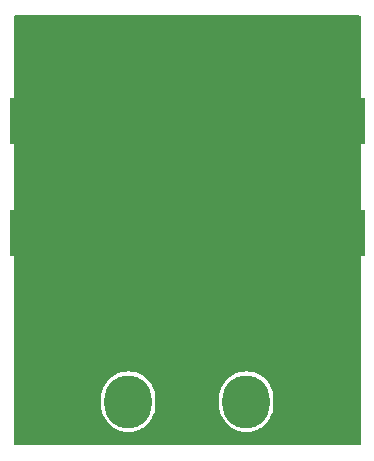
<source format=gbr>
%TF.GenerationSoftware,KiCad,Pcbnew,(6.0.5)*%
%TF.CreationDate,2025-03-15T15:53:08+01:00*%
%TF.ProjectId,PMA5-123-3W,504d4135-2d31-4323-932d-33572e6b6963,rev?*%
%TF.SameCoordinates,Original*%
%TF.FileFunction,Copper,L2,Bot*%
%TF.FilePolarity,Positive*%
%FSLAX46Y46*%
G04 Gerber Fmt 4.6, Leading zero omitted, Abs format (unit mm)*
G04 Created by KiCad (PCBNEW (6.0.5)) date 2025-03-15 15:53:08*
%MOMM*%
%LPD*%
G01*
G04 APERTURE LIST*
%TA.AperFunction,ComponentPad*%
%ADD10C,0.400000*%
%TD*%
%TA.AperFunction,SMDPad,CuDef*%
%ADD11R,2.500000X2.500000*%
%TD*%
%TA.AperFunction,ComponentPad*%
%ADD12R,4.700000X4.000000*%
%TD*%
%TA.AperFunction,ComponentPad*%
%ADD13C,0.800000*%
%TD*%
%TA.AperFunction,ComponentPad*%
%ADD14C,5.400000*%
%TD*%
%TA.AperFunction,ComponentPad*%
%ADD15O,4.000000X4.500000*%
%TD*%
%TA.AperFunction,ViaPad*%
%ADD16C,0.800000*%
%TD*%
G04 APERTURE END LIST*
D10*
%TO.P,U4,33,GND*%
%TO.N,GNDREF*%
X171600000Y-49550000D03*
X170400000Y-49550000D03*
X170200000Y-51300000D03*
X171000000Y-50600000D03*
X172000000Y-50250000D03*
X170800000Y-49550000D03*
X170400000Y-50950000D03*
X170400000Y-50250000D03*
X169800000Y-49900000D03*
X171400000Y-51300000D03*
X171200000Y-52350000D03*
X172600000Y-51300000D03*
X170800000Y-50950000D03*
X172200000Y-52000000D03*
X172200000Y-51300000D03*
X172000000Y-51650000D03*
X170400000Y-51650000D03*
X169800000Y-49200000D03*
X171800000Y-50600000D03*
X170000000Y-52350000D03*
X172400000Y-50250000D03*
X171000000Y-49900000D03*
X170800000Y-52350000D03*
X170800000Y-51650000D03*
X170200000Y-49900000D03*
X170000000Y-51650000D03*
D11*
X171000000Y-50750000D03*
D10*
X170400000Y-52350000D03*
X171200000Y-49550000D03*
X171600000Y-52350000D03*
X171600000Y-50250000D03*
X170600000Y-49200000D03*
X171200000Y-50250000D03*
X171200000Y-50950000D03*
X171400000Y-50600000D03*
X171400000Y-49900000D03*
X171800000Y-52000000D03*
X172600000Y-49200000D03*
X172400000Y-51650000D03*
X170800000Y-50250000D03*
X170200000Y-49200000D03*
X171800000Y-51300000D03*
X170600000Y-51300000D03*
X171000000Y-49200000D03*
X172600000Y-52000000D03*
X171000000Y-52000000D03*
X171200000Y-51650000D03*
X170000000Y-50250000D03*
X169400000Y-50600000D03*
X172200000Y-50600000D03*
X172400000Y-50950000D03*
X172200000Y-49200000D03*
X171800000Y-49900000D03*
X172000000Y-49550000D03*
X171600000Y-51650000D03*
X169800000Y-51300000D03*
X171600000Y-50950000D03*
X172400000Y-52350000D03*
X171400000Y-52000000D03*
X169600000Y-51650000D03*
X170600000Y-52000000D03*
X172600000Y-49900000D03*
X169400000Y-49900000D03*
X169600000Y-49550000D03*
X170000000Y-49550000D03*
X170200000Y-50600000D03*
X171800000Y-49200000D03*
X172600000Y-50600000D03*
X169400000Y-49200000D03*
X172000000Y-50950000D03*
X172200000Y-49900000D03*
X169400000Y-51300000D03*
X169600000Y-50250000D03*
X169600000Y-52350000D03*
X172000000Y-52350000D03*
X169800000Y-50600000D03*
X171000000Y-51300000D03*
X169400000Y-52000000D03*
X170200000Y-52000000D03*
X170600000Y-49900000D03*
X172400000Y-49550000D03*
X169800000Y-52000000D03*
X170600000Y-50600000D03*
X170000000Y-50950000D03*
X169600000Y-50950000D03*
X171400000Y-49200000D03*
%TD*%
D12*
%TO.P,J3,2,Ext1*%
%TO.N,GNDREF*%
X183640000Y-55750000D03*
X183640000Y-46250000D03*
%TD*%
D13*
%TO.P,H5,1,1*%
%TO.N,GNDREF*%
X157568109Y-60568109D03*
X161025000Y-62000000D03*
X159000000Y-64025000D03*
X160431891Y-63431891D03*
X159000000Y-59975000D03*
X156975000Y-62000000D03*
X160431891Y-60568109D03*
X157568109Y-63431891D03*
D14*
X159000000Y-62000000D03*
%TD*%
D13*
%TO.P,H1,1,1*%
%TO.N,GNDREF*%
X183000000Y-37975000D03*
X184431891Y-41431891D03*
X184431891Y-38568109D03*
X181568109Y-41431891D03*
X180975000Y-40000000D03*
X183000000Y-42025000D03*
X185025000Y-40000000D03*
D14*
X183000000Y-40000000D03*
D13*
X181568109Y-38568109D03*
%TD*%
%TO.P,H4,1,1*%
%TO.N,GNDREF*%
X160431891Y-38568109D03*
X160431891Y-41431891D03*
X159000000Y-42025000D03*
X157568109Y-38568109D03*
X161025000Y-40000000D03*
X159000000Y-37975000D03*
X157568109Y-41431891D03*
X156975000Y-40000000D03*
D14*
X159000000Y-40000000D03*
%TD*%
D15*
%TO.P,J1,1,Pin_1*%
%TO.N,Net-(R13-Pad2)*%
X176000000Y-70000000D03*
%TO.P,J1,2,Pin_2*%
%TO.N,GNDREF*%
X171000000Y-70000000D03*
%TO.P,J1,3,Pin_3*%
%TO.N,+7V-TX*%
X166000000Y-70000000D03*
%TD*%
D12*
%TO.P,J5,2,Ext1*%
%TO.N,GNDREF*%
X158360000Y-55750000D03*
X158360000Y-46250000D03*
%TD*%
D13*
%TO.P,H6,1,1*%
%TO.N,GNDREF*%
X181568109Y-63431891D03*
X181568109Y-60568109D03*
X183000000Y-64025000D03*
X184431891Y-63431891D03*
X183000000Y-59975000D03*
X180975000Y-62000000D03*
X184431891Y-60568109D03*
X185025000Y-62000000D03*
D14*
X183000000Y-62000000D03*
%TD*%
D16*
%TO.N,GNDREF*%
X184500000Y-43500000D03*
X168000000Y-62000000D03*
X164000000Y-62000000D03*
X162400000Y-43900000D03*
X176000000Y-64000000D03*
X172000000Y-40000000D03*
X172000000Y-38000000D03*
X177900000Y-44000000D03*
X170000000Y-40000000D03*
X179250000Y-62000000D03*
X177900000Y-43100000D03*
X172000000Y-62000000D03*
X175400000Y-56900000D03*
X164000000Y-38000000D03*
X176200000Y-44700000D03*
X162000000Y-40000000D03*
X172700000Y-44500000D03*
X170000000Y-38000000D03*
X157500000Y-58500000D03*
X174000000Y-38000000D03*
X175400000Y-56000000D03*
X178000000Y-40000000D03*
X168000000Y-38000000D03*
X162000000Y-64000000D03*
X179250000Y-64000000D03*
X168000000Y-40000000D03*
X168200000Y-46100000D03*
X178000000Y-38000000D03*
X164000000Y-64000000D03*
X171800000Y-44500000D03*
X176200000Y-46300000D03*
X162000000Y-62000000D03*
X166000000Y-40000000D03*
X166837500Y-58162500D03*
X182500000Y-43500000D03*
X176000000Y-40000000D03*
X157500000Y-43500000D03*
X168000000Y-64000000D03*
X166900000Y-55000000D03*
X164100000Y-43900000D03*
X171100000Y-57100000D03*
X180000000Y-38000000D03*
X168200000Y-47000000D03*
X174000000Y-40000000D03*
X172000000Y-57100000D03*
X166000000Y-38000000D03*
X174000000Y-64000000D03*
X164000000Y-40000000D03*
X182500000Y-58500000D03*
X174000000Y-62000000D03*
X175400000Y-54200000D03*
X170000000Y-62000000D03*
X184500000Y-58500000D03*
X166900000Y-54100000D03*
X159500000Y-43500000D03*
X180000000Y-40000000D03*
X166800000Y-59000000D03*
X170000000Y-64000000D03*
X172000000Y-64000000D03*
X175400000Y-55100000D03*
X159000000Y-69250000D03*
X159500000Y-58500000D03*
X176000000Y-38000000D03*
X176200000Y-45500000D03*
X176200000Y-47100000D03*
X166800000Y-59900000D03*
X176000000Y-62000000D03*
X159000000Y-70750000D03*
X162000000Y-38000000D03*
X166837500Y-57262500D03*
%TD*%
%TA.AperFunction,Conductor*%
%TO.N,GNDREF*%
G36*
X185641621Y-37320502D02*
G01*
X185688114Y-37374158D01*
X185699500Y-37426500D01*
X185699500Y-73573500D01*
X185679498Y-73641621D01*
X185625842Y-73688114D01*
X185573500Y-73699500D01*
X156426500Y-73699500D01*
X156358379Y-73679498D01*
X156311886Y-73625842D01*
X156300500Y-73573500D01*
X156300500Y-70325310D01*
X163699500Y-70325310D01*
X163714287Y-70550920D01*
X163773120Y-70846691D01*
X163870055Y-71132252D01*
X164003434Y-71402718D01*
X164170975Y-71653461D01*
X164173689Y-71656555D01*
X164173693Y-71656561D01*
X164367102Y-71877100D01*
X164369811Y-71880189D01*
X164372900Y-71882898D01*
X164593439Y-72076307D01*
X164593445Y-72076311D01*
X164596539Y-72079025D01*
X164599965Y-72081314D01*
X164599970Y-72081318D01*
X164787533Y-72206643D01*
X164847282Y-72246566D01*
X164850981Y-72248390D01*
X164850986Y-72248393D01*
X164989834Y-72316865D01*
X165117748Y-72379945D01*
X165121653Y-72381271D01*
X165121654Y-72381271D01*
X165399396Y-72475552D01*
X165399400Y-72475553D01*
X165403309Y-72476880D01*
X165407353Y-72477684D01*
X165407359Y-72477686D01*
X165695041Y-72534910D01*
X165695047Y-72534911D01*
X165699080Y-72535713D01*
X165703185Y-72535982D01*
X165703192Y-72535983D01*
X165995881Y-72555166D01*
X166000000Y-72555436D01*
X166004119Y-72555166D01*
X166296808Y-72535983D01*
X166296815Y-72535982D01*
X166300920Y-72535713D01*
X166304953Y-72534911D01*
X166304959Y-72534910D01*
X166592641Y-72477686D01*
X166592647Y-72477684D01*
X166596691Y-72476880D01*
X166600600Y-72475553D01*
X166600604Y-72475552D01*
X166878346Y-72381271D01*
X166878347Y-72381271D01*
X166882252Y-72379945D01*
X167010166Y-72316865D01*
X167149014Y-72248393D01*
X167149019Y-72248390D01*
X167152718Y-72246566D01*
X167212467Y-72206643D01*
X167400030Y-72081318D01*
X167400035Y-72081314D01*
X167403461Y-72079025D01*
X167406555Y-72076311D01*
X167406561Y-72076307D01*
X167627100Y-71882898D01*
X167630189Y-71880189D01*
X167632898Y-71877100D01*
X167826307Y-71656561D01*
X167826311Y-71656555D01*
X167829025Y-71653461D01*
X167996566Y-71402718D01*
X168129945Y-71132252D01*
X168226880Y-70846691D01*
X168285713Y-70550920D01*
X168300500Y-70325310D01*
X173699500Y-70325310D01*
X173714287Y-70550920D01*
X173773120Y-70846691D01*
X173870055Y-71132252D01*
X174003434Y-71402718D01*
X174170975Y-71653461D01*
X174173689Y-71656555D01*
X174173693Y-71656561D01*
X174367102Y-71877100D01*
X174369811Y-71880189D01*
X174372900Y-71882898D01*
X174593439Y-72076307D01*
X174593445Y-72076311D01*
X174596539Y-72079025D01*
X174599965Y-72081314D01*
X174599970Y-72081318D01*
X174787533Y-72206643D01*
X174847282Y-72246566D01*
X174850981Y-72248390D01*
X174850986Y-72248393D01*
X174989834Y-72316865D01*
X175117748Y-72379945D01*
X175121653Y-72381271D01*
X175121654Y-72381271D01*
X175399396Y-72475552D01*
X175399400Y-72475553D01*
X175403309Y-72476880D01*
X175407353Y-72477684D01*
X175407359Y-72477686D01*
X175695041Y-72534910D01*
X175695047Y-72534911D01*
X175699080Y-72535713D01*
X175703185Y-72535982D01*
X175703192Y-72535983D01*
X175995881Y-72555166D01*
X176000000Y-72555436D01*
X176004119Y-72555166D01*
X176296808Y-72535983D01*
X176296815Y-72535982D01*
X176300920Y-72535713D01*
X176304953Y-72534911D01*
X176304959Y-72534910D01*
X176592641Y-72477686D01*
X176592647Y-72477684D01*
X176596691Y-72476880D01*
X176600600Y-72475553D01*
X176600604Y-72475552D01*
X176878346Y-72381271D01*
X176878347Y-72381271D01*
X176882252Y-72379945D01*
X177010166Y-72316865D01*
X177149014Y-72248393D01*
X177149019Y-72248390D01*
X177152718Y-72246566D01*
X177212467Y-72206643D01*
X177400030Y-72081318D01*
X177400035Y-72081314D01*
X177403461Y-72079025D01*
X177406555Y-72076311D01*
X177406561Y-72076307D01*
X177627100Y-71882898D01*
X177630189Y-71880189D01*
X177632898Y-71877100D01*
X177826307Y-71656561D01*
X177826311Y-71656555D01*
X177829025Y-71653461D01*
X177996566Y-71402718D01*
X178129945Y-71132252D01*
X178226880Y-70846691D01*
X178285713Y-70550920D01*
X178300500Y-70325310D01*
X178300500Y-69674690D01*
X178285713Y-69449080D01*
X178226880Y-69153309D01*
X178129945Y-68867748D01*
X177996566Y-68597282D01*
X177829025Y-68346539D01*
X177826311Y-68343445D01*
X177826307Y-68343439D01*
X177632898Y-68122900D01*
X177630189Y-68119811D01*
X177627100Y-68117102D01*
X177406561Y-67923693D01*
X177406555Y-67923689D01*
X177403461Y-67920975D01*
X177400035Y-67918686D01*
X177400030Y-67918682D01*
X177156151Y-67755728D01*
X177152718Y-67753434D01*
X177149019Y-67751610D01*
X177149014Y-67751607D01*
X177010166Y-67683135D01*
X176882252Y-67620055D01*
X176878346Y-67618729D01*
X176600604Y-67524448D01*
X176600600Y-67524447D01*
X176596691Y-67523120D01*
X176592647Y-67522316D01*
X176592641Y-67522314D01*
X176304959Y-67465090D01*
X176304953Y-67465089D01*
X176300920Y-67464287D01*
X176296815Y-67464018D01*
X176296808Y-67464017D01*
X176004119Y-67444834D01*
X176000000Y-67444564D01*
X175995881Y-67444834D01*
X175703192Y-67464017D01*
X175703185Y-67464018D01*
X175699080Y-67464287D01*
X175695047Y-67465089D01*
X175695041Y-67465090D01*
X175407359Y-67522314D01*
X175407353Y-67522316D01*
X175403309Y-67523120D01*
X175399400Y-67524447D01*
X175399396Y-67524448D01*
X175121654Y-67618729D01*
X175117748Y-67620055D01*
X174989834Y-67683135D01*
X174850986Y-67751607D01*
X174850981Y-67751610D01*
X174847282Y-67753434D01*
X174843849Y-67755728D01*
X174599970Y-67918682D01*
X174599965Y-67918686D01*
X174596539Y-67920975D01*
X174593445Y-67923689D01*
X174593439Y-67923693D01*
X174372900Y-68117102D01*
X174369811Y-68119811D01*
X174367102Y-68122900D01*
X174173693Y-68343439D01*
X174173689Y-68343445D01*
X174170975Y-68346539D01*
X174003434Y-68597282D01*
X173870055Y-68867748D01*
X173773120Y-69153309D01*
X173714287Y-69449080D01*
X173699500Y-69674690D01*
X173699500Y-70325310D01*
X168300500Y-70325310D01*
X168300500Y-69674690D01*
X168285713Y-69449080D01*
X168226880Y-69153309D01*
X168129945Y-68867748D01*
X167996566Y-68597282D01*
X167829025Y-68346539D01*
X167826311Y-68343445D01*
X167826307Y-68343439D01*
X167632898Y-68122900D01*
X167630189Y-68119811D01*
X167627100Y-68117102D01*
X167406561Y-67923693D01*
X167406555Y-67923689D01*
X167403461Y-67920975D01*
X167400035Y-67918686D01*
X167400030Y-67918682D01*
X167156151Y-67755728D01*
X167152718Y-67753434D01*
X167149019Y-67751610D01*
X167149014Y-67751607D01*
X167010166Y-67683135D01*
X166882252Y-67620055D01*
X166878346Y-67618729D01*
X166600604Y-67524448D01*
X166600600Y-67524447D01*
X166596691Y-67523120D01*
X166592647Y-67522316D01*
X166592641Y-67522314D01*
X166304959Y-67465090D01*
X166304953Y-67465089D01*
X166300920Y-67464287D01*
X166296815Y-67464018D01*
X166296808Y-67464017D01*
X166004119Y-67444834D01*
X166000000Y-67444564D01*
X165995881Y-67444834D01*
X165703192Y-67464017D01*
X165703185Y-67464018D01*
X165699080Y-67464287D01*
X165695047Y-67465089D01*
X165695041Y-67465090D01*
X165407359Y-67522314D01*
X165407353Y-67522316D01*
X165403309Y-67523120D01*
X165399400Y-67524447D01*
X165399396Y-67524448D01*
X165121654Y-67618729D01*
X165117748Y-67620055D01*
X164989834Y-67683135D01*
X164850986Y-67751607D01*
X164850981Y-67751610D01*
X164847282Y-67753434D01*
X164843849Y-67755728D01*
X164599970Y-67918682D01*
X164599965Y-67918686D01*
X164596539Y-67920975D01*
X164593445Y-67923689D01*
X164593439Y-67923693D01*
X164372900Y-68117102D01*
X164369811Y-68119811D01*
X164367102Y-68122900D01*
X164173693Y-68343439D01*
X164173689Y-68343445D01*
X164170975Y-68346539D01*
X164003434Y-68597282D01*
X163870055Y-68867748D01*
X163773120Y-69153309D01*
X163714287Y-69449080D01*
X163699500Y-69674690D01*
X163699500Y-70325310D01*
X156300500Y-70325310D01*
X156300500Y-37426500D01*
X156320502Y-37358379D01*
X156374158Y-37311886D01*
X156426500Y-37300500D01*
X185573500Y-37300500D01*
X185641621Y-37320502D01*
G37*
%TD.AperFunction*%
%TD*%
%TA.AperFunction,Conductor*%
%TO.N,GNDREF*%
G36*
X157190963Y-37528502D02*
G01*
X157237456Y-37582158D01*
X157247560Y-37652432D01*
X157218066Y-37717012D01*
X157174091Y-37749606D01*
X157145478Y-37762345D01*
X157134731Y-37771481D01*
X157136328Y-37777118D01*
X158351479Y-38992269D01*
X158363859Y-38999029D01*
X158370774Y-38993853D01*
X158398879Y-38945173D01*
X158404216Y-38933186D01*
X158426123Y-38865765D01*
X158466197Y-38807160D01*
X158531594Y-38779523D01*
X158597205Y-38789595D01*
X158711841Y-38840634D01*
X158724320Y-38844689D01*
X158898107Y-38881627D01*
X158911168Y-38883000D01*
X159088832Y-38883000D01*
X159101893Y-38881627D01*
X159275680Y-38844689D01*
X159288159Y-38840634D01*
X159402795Y-38789595D01*
X159473162Y-38780161D01*
X159537459Y-38810267D01*
X159573877Y-38865765D01*
X159595784Y-38933186D01*
X159601121Y-38945173D01*
X159626652Y-38989394D01*
X159636856Y-38999124D01*
X159644877Y-38995913D01*
X160858262Y-37782528D01*
X160865022Y-37770148D01*
X160861510Y-37765457D01*
X160825909Y-37749606D01*
X160771813Y-37703626D01*
X160751164Y-37635699D01*
X160770517Y-37567391D01*
X160823727Y-37520390D01*
X160877158Y-37508500D01*
X181122842Y-37508500D01*
X181190963Y-37528502D01*
X181237456Y-37582158D01*
X181247560Y-37652432D01*
X181218066Y-37717012D01*
X181174091Y-37749606D01*
X181145478Y-37762345D01*
X181134731Y-37771481D01*
X181136328Y-37777118D01*
X182351479Y-38992269D01*
X182363859Y-38999029D01*
X182370774Y-38993853D01*
X182398879Y-38945173D01*
X182404216Y-38933186D01*
X182426123Y-38865765D01*
X182466197Y-38807160D01*
X182531594Y-38779523D01*
X182597205Y-38789595D01*
X182711841Y-38840634D01*
X182724320Y-38844689D01*
X182898107Y-38881627D01*
X182911168Y-38883000D01*
X183088832Y-38883000D01*
X183101893Y-38881627D01*
X183275680Y-38844689D01*
X183288159Y-38840634D01*
X183402795Y-38789595D01*
X183473162Y-38780161D01*
X183537459Y-38810267D01*
X183573877Y-38865765D01*
X183595784Y-38933186D01*
X183601121Y-38945173D01*
X183626652Y-38989394D01*
X183636856Y-38999124D01*
X183644877Y-38995913D01*
X184858262Y-37782528D01*
X184865022Y-37770148D01*
X184861510Y-37765457D01*
X184825909Y-37749606D01*
X184771813Y-37703626D01*
X184751164Y-37635699D01*
X184770517Y-37567391D01*
X184823727Y-37520390D01*
X184877158Y-37508500D01*
X185365500Y-37508500D01*
X185433621Y-37528502D01*
X185480114Y-37582158D01*
X185491500Y-37634500D01*
X185491500Y-38117166D01*
X185471498Y-38185287D01*
X185417842Y-38231780D01*
X185347568Y-38241884D01*
X185282988Y-38212390D01*
X185256381Y-38180167D01*
X185237130Y-38146824D01*
X185226926Y-38137094D01*
X185218905Y-38140305D01*
X184005520Y-39353690D01*
X183998760Y-39366070D01*
X184002272Y-39370761D01*
X184142959Y-39433400D01*
X184197055Y-39479380D01*
X184217704Y-39547307D01*
X184200828Y-39611508D01*
X184194234Y-39622929D01*
X184188889Y-39634934D01*
X184133989Y-39803898D01*
X184131259Y-39816739D01*
X184112688Y-39993435D01*
X184112688Y-40006565D01*
X184131259Y-40183261D01*
X184133989Y-40196102D01*
X184188889Y-40365066D01*
X184194234Y-40377071D01*
X184200828Y-40388492D01*
X184217567Y-40457487D01*
X184194348Y-40524579D01*
X184142959Y-40566600D01*
X184009260Y-40626127D01*
X183998513Y-40635263D01*
X184000110Y-40640900D01*
X185215261Y-41856051D01*
X185227641Y-41862811D01*
X185234556Y-41857635D01*
X185256381Y-41819833D01*
X185307764Y-41770840D01*
X185377478Y-41757405D01*
X185443389Y-41783792D01*
X185484570Y-41841624D01*
X185491500Y-41882834D01*
X185491500Y-60117166D01*
X185471498Y-60185287D01*
X185417842Y-60231780D01*
X185347568Y-60241884D01*
X185282988Y-60212390D01*
X185256381Y-60180167D01*
X185237130Y-60146824D01*
X185226926Y-60137094D01*
X185218905Y-60140305D01*
X184005520Y-61353690D01*
X183998760Y-61366070D01*
X184002272Y-61370761D01*
X184142959Y-61433400D01*
X184197055Y-61479380D01*
X184217704Y-61547307D01*
X184200828Y-61611508D01*
X184194234Y-61622929D01*
X184188889Y-61634934D01*
X184133989Y-61803898D01*
X184131259Y-61816739D01*
X184112688Y-61993435D01*
X184112688Y-62006565D01*
X184131259Y-62183261D01*
X184133989Y-62196102D01*
X184188889Y-62365066D01*
X184194234Y-62377071D01*
X184200828Y-62388492D01*
X184217567Y-62457487D01*
X184194348Y-62524579D01*
X184142959Y-62566600D01*
X184009260Y-62626127D01*
X183998513Y-62635263D01*
X184000110Y-62640900D01*
X185215261Y-63856051D01*
X185227641Y-63862811D01*
X185234556Y-63857635D01*
X185256381Y-63819833D01*
X185307764Y-63770840D01*
X185377478Y-63757405D01*
X185443389Y-63783792D01*
X185484570Y-63841624D01*
X185491500Y-63882834D01*
X185491500Y-73365500D01*
X185471498Y-73433621D01*
X185417842Y-73480114D01*
X185365500Y-73491500D01*
X156634500Y-73491500D01*
X156566379Y-73471498D01*
X156519886Y-73417842D01*
X156508500Y-73365500D01*
X156508500Y-70328838D01*
X163491500Y-70328838D01*
X163506359Y-70565020D01*
X163565505Y-70875072D01*
X163663044Y-71175266D01*
X163664731Y-71178852D01*
X163664733Y-71178856D01*
X163795750Y-71457283D01*
X163795754Y-71457290D01*
X163797438Y-71460869D01*
X163966568Y-71727375D01*
X164167767Y-71970582D01*
X164397860Y-72186654D01*
X164653221Y-72372184D01*
X164656690Y-72374091D01*
X164656693Y-72374093D01*
X164926352Y-72522340D01*
X164929821Y-72524247D01*
X164933490Y-72525700D01*
X164933495Y-72525702D01*
X165218411Y-72638508D01*
X165223298Y-72640443D01*
X165529025Y-72718940D01*
X165842179Y-72758500D01*
X166157821Y-72758500D01*
X166470975Y-72718940D01*
X166776702Y-72640443D01*
X166781589Y-72638508D01*
X167066505Y-72525702D01*
X167066510Y-72525700D01*
X167070179Y-72524247D01*
X167073648Y-72522340D01*
X167343307Y-72374093D01*
X167343310Y-72374091D01*
X167346779Y-72372184D01*
X167602140Y-72186654D01*
X167832233Y-71970582D01*
X168033432Y-71727375D01*
X168202562Y-71460869D01*
X168204246Y-71457290D01*
X168204250Y-71457283D01*
X168335267Y-71178856D01*
X168335269Y-71178852D01*
X168336956Y-71175266D01*
X168380430Y-71041467D01*
X168420503Y-70982861D01*
X168485900Y-70955224D01*
X168555857Y-70967331D01*
X168608163Y-71015337D01*
X168620096Y-71041467D01*
X168662284Y-71171309D01*
X168665199Y-71178672D01*
X168796189Y-71457041D01*
X168800001Y-71463974D01*
X168964847Y-71723729D01*
X168969498Y-71730132D01*
X169165607Y-71967187D01*
X169171023Y-71972954D01*
X169395293Y-72183557D01*
X169401384Y-72188596D01*
X169650281Y-72369430D01*
X169656961Y-72373670D01*
X169926572Y-72521890D01*
X169933707Y-72525247D01*
X170219770Y-72638508D01*
X170227296Y-72640953D01*
X170525279Y-72717462D01*
X170533050Y-72718945D01*
X170728026Y-72743575D01*
X170742306Y-72741272D01*
X170746000Y-72728280D01*
X170746000Y-72727731D01*
X171254000Y-72727731D01*
X171258075Y-72741608D01*
X171271426Y-72743645D01*
X171466950Y-72718945D01*
X171474721Y-72717462D01*
X171772704Y-72640953D01*
X171780230Y-72638508D01*
X172066293Y-72525247D01*
X172073428Y-72521890D01*
X172343039Y-72373670D01*
X172349719Y-72369430D01*
X172598616Y-72188596D01*
X172604707Y-72183557D01*
X172828977Y-71972954D01*
X172834393Y-71967187D01*
X173030502Y-71730132D01*
X173035153Y-71723729D01*
X173199999Y-71463974D01*
X173203811Y-71457041D01*
X173334801Y-71178672D01*
X173337716Y-71171309D01*
X173379904Y-71041467D01*
X173419977Y-70982861D01*
X173485374Y-70955224D01*
X173555331Y-70967331D01*
X173607637Y-71015337D01*
X173619570Y-71041467D01*
X173663044Y-71175266D01*
X173664731Y-71178852D01*
X173664733Y-71178856D01*
X173795750Y-71457283D01*
X173795754Y-71457290D01*
X173797438Y-71460869D01*
X173966568Y-71727375D01*
X174167767Y-71970582D01*
X174397860Y-72186654D01*
X174653221Y-72372184D01*
X174656690Y-72374091D01*
X174656693Y-72374093D01*
X174926352Y-72522340D01*
X174929821Y-72524247D01*
X174933490Y-72525700D01*
X174933495Y-72525702D01*
X175218411Y-72638508D01*
X175223298Y-72640443D01*
X175529025Y-72718940D01*
X175842179Y-72758500D01*
X176157821Y-72758500D01*
X176470975Y-72718940D01*
X176776702Y-72640443D01*
X176781589Y-72638508D01*
X177066505Y-72525702D01*
X177066510Y-72525700D01*
X177070179Y-72524247D01*
X177073648Y-72522340D01*
X177343307Y-72374093D01*
X177343310Y-72374091D01*
X177346779Y-72372184D01*
X177602140Y-72186654D01*
X177832233Y-71970582D01*
X178033432Y-71727375D01*
X178202562Y-71460869D01*
X178204246Y-71457290D01*
X178204250Y-71457283D01*
X178335267Y-71178856D01*
X178335269Y-71178852D01*
X178336956Y-71175266D01*
X178434495Y-70875072D01*
X178493641Y-70565020D01*
X178508500Y-70328838D01*
X178508500Y-69671162D01*
X178493641Y-69434980D01*
X178434495Y-69124928D01*
X178336956Y-68824734D01*
X178335267Y-68821144D01*
X178204250Y-68542717D01*
X178204246Y-68542710D01*
X178202562Y-68539131D01*
X178033432Y-68272625D01*
X177832233Y-68029418D01*
X177602140Y-67813346D01*
X177346779Y-67627816D01*
X177074467Y-67478110D01*
X177073648Y-67477660D01*
X177073647Y-67477659D01*
X177070179Y-67475753D01*
X177066510Y-67474300D01*
X177066505Y-67474298D01*
X176780372Y-67361010D01*
X176780371Y-67361010D01*
X176776702Y-67359557D01*
X176470975Y-67281060D01*
X176157821Y-67241500D01*
X175842179Y-67241500D01*
X175529025Y-67281060D01*
X175223298Y-67359557D01*
X175219629Y-67361010D01*
X175219628Y-67361010D01*
X174933495Y-67474298D01*
X174933490Y-67474300D01*
X174929821Y-67475753D01*
X174926353Y-67477659D01*
X174926352Y-67477660D01*
X174925534Y-67478110D01*
X174653221Y-67627816D01*
X174397860Y-67813346D01*
X174167767Y-68029418D01*
X173966568Y-68272625D01*
X173797438Y-68539131D01*
X173795754Y-68542710D01*
X173795750Y-68542717D01*
X173664733Y-68821144D01*
X173663044Y-68824734D01*
X173661818Y-68828506D01*
X173661818Y-68828507D01*
X173619570Y-68958533D01*
X173579497Y-69017139D01*
X173514100Y-69044776D01*
X173444143Y-69032669D01*
X173391837Y-68984663D01*
X173379904Y-68958533D01*
X173337716Y-68828691D01*
X173334801Y-68821328D01*
X173203811Y-68542959D01*
X173199999Y-68536026D01*
X173035153Y-68276271D01*
X173030502Y-68269868D01*
X172834393Y-68032813D01*
X172828977Y-68027046D01*
X172604707Y-67816443D01*
X172598616Y-67811404D01*
X172349719Y-67630570D01*
X172343039Y-67626330D01*
X172073428Y-67478110D01*
X172066293Y-67474753D01*
X171780230Y-67361492D01*
X171772704Y-67359047D01*
X171474721Y-67282538D01*
X171466950Y-67281055D01*
X171271974Y-67256425D01*
X171257694Y-67258728D01*
X171254000Y-67271720D01*
X171254000Y-72727731D01*
X170746000Y-72727731D01*
X170746000Y-67272269D01*
X170741925Y-67258392D01*
X170728574Y-67256355D01*
X170533050Y-67281055D01*
X170525279Y-67282538D01*
X170227296Y-67359047D01*
X170219770Y-67361492D01*
X169933707Y-67474753D01*
X169926572Y-67478110D01*
X169656961Y-67626330D01*
X169650281Y-67630570D01*
X169401384Y-67811404D01*
X169395293Y-67816443D01*
X169171023Y-68027046D01*
X169165607Y-68032813D01*
X168969498Y-68269868D01*
X168964847Y-68276271D01*
X168800001Y-68536026D01*
X168796189Y-68542959D01*
X168665199Y-68821328D01*
X168662284Y-68828691D01*
X168620096Y-68958533D01*
X168580023Y-69017139D01*
X168514626Y-69044776D01*
X168444669Y-69032669D01*
X168392363Y-68984663D01*
X168380430Y-68958533D01*
X168338182Y-68828507D01*
X168338182Y-68828506D01*
X168336956Y-68824734D01*
X168335267Y-68821144D01*
X168204250Y-68542717D01*
X168204246Y-68542710D01*
X168202562Y-68539131D01*
X168033432Y-68272625D01*
X167832233Y-68029418D01*
X167602140Y-67813346D01*
X167346779Y-67627816D01*
X167074467Y-67478110D01*
X167073648Y-67477660D01*
X167073647Y-67477659D01*
X167070179Y-67475753D01*
X167066510Y-67474300D01*
X167066505Y-67474298D01*
X166780372Y-67361010D01*
X166780371Y-67361010D01*
X166776702Y-67359557D01*
X166470975Y-67281060D01*
X166157821Y-67241500D01*
X165842179Y-67241500D01*
X165529025Y-67281060D01*
X165223298Y-67359557D01*
X165219629Y-67361010D01*
X165219628Y-67361010D01*
X164933495Y-67474298D01*
X164933490Y-67474300D01*
X164929821Y-67475753D01*
X164926353Y-67477659D01*
X164926352Y-67477660D01*
X164925534Y-67478110D01*
X164653221Y-67627816D01*
X164397860Y-67813346D01*
X164167767Y-68029418D01*
X163966568Y-68272625D01*
X163797438Y-68539131D01*
X163795754Y-68542710D01*
X163795750Y-68542717D01*
X163664733Y-68821144D01*
X163663044Y-68824734D01*
X163565505Y-69124928D01*
X163506359Y-69434980D01*
X163491500Y-69671162D01*
X163491500Y-70328838D01*
X156508500Y-70328838D01*
X156508500Y-64822961D01*
X158566869Y-64822961D01*
X158570380Y-64827651D01*
X158711841Y-64890634D01*
X158724320Y-64894689D01*
X158898107Y-64931627D01*
X158911168Y-64933000D01*
X159088832Y-64933000D01*
X159101893Y-64931627D01*
X159275680Y-64894689D01*
X159288159Y-64890634D01*
X159422633Y-64830761D01*
X159431810Y-64822961D01*
X182566869Y-64822961D01*
X182570380Y-64827651D01*
X182711841Y-64890634D01*
X182724320Y-64894689D01*
X182898107Y-64931627D01*
X182911168Y-64933000D01*
X183088832Y-64933000D01*
X183101893Y-64931627D01*
X183275680Y-64894689D01*
X183288159Y-64890634D01*
X183422633Y-64830761D01*
X183433378Y-64821628D01*
X183431781Y-64815991D01*
X183012812Y-64397022D01*
X182998868Y-64389408D01*
X182997035Y-64389539D01*
X182990420Y-64393790D01*
X182573629Y-64810581D01*
X182566869Y-64822961D01*
X159431810Y-64822961D01*
X159433378Y-64821628D01*
X159431781Y-64815991D01*
X159012812Y-64397022D01*
X158998868Y-64389408D01*
X158997035Y-64389539D01*
X158990420Y-64393790D01*
X158573629Y-64810581D01*
X158566869Y-64822961D01*
X156508500Y-64822961D01*
X156508500Y-64229852D01*
X157134978Y-64229852D01*
X157138489Y-64234542D01*
X157279950Y-64297525D01*
X157292429Y-64301580D01*
X157466216Y-64338518D01*
X157479277Y-64339891D01*
X157656941Y-64339891D01*
X157670002Y-64338518D01*
X157843789Y-64301580D01*
X157856268Y-64297525D01*
X157970904Y-64246486D01*
X158041271Y-64237052D01*
X158105568Y-64267158D01*
X158141986Y-64322656D01*
X158163893Y-64390077D01*
X158169230Y-64402064D01*
X158194761Y-64446285D01*
X158204965Y-64456015D01*
X158212986Y-64452804D01*
X158910905Y-63754885D01*
X158973217Y-63720859D01*
X159044032Y-63725924D01*
X159089095Y-63754885D01*
X159783370Y-64449160D01*
X159795750Y-64455920D01*
X159802665Y-64450744D01*
X159830770Y-64402064D01*
X159836107Y-64390077D01*
X159858014Y-64322656D01*
X159898088Y-64264051D01*
X159963485Y-64236414D01*
X160029096Y-64246486D01*
X160143732Y-64297525D01*
X160156211Y-64301580D01*
X160329998Y-64338518D01*
X160343059Y-64339891D01*
X160520723Y-64339891D01*
X160533784Y-64338518D01*
X160707571Y-64301580D01*
X160720050Y-64297525D01*
X160854524Y-64237652D01*
X160863701Y-64229852D01*
X181134978Y-64229852D01*
X181138489Y-64234542D01*
X181279950Y-64297525D01*
X181292429Y-64301580D01*
X181466216Y-64338518D01*
X181479277Y-64339891D01*
X181656941Y-64339891D01*
X181670002Y-64338518D01*
X181843789Y-64301580D01*
X181856268Y-64297525D01*
X181970904Y-64246486D01*
X182041271Y-64237052D01*
X182105568Y-64267158D01*
X182141986Y-64322656D01*
X182163893Y-64390077D01*
X182169230Y-64402064D01*
X182194761Y-64446285D01*
X182204965Y-64456015D01*
X182212986Y-64452804D01*
X182910905Y-63754885D01*
X182973217Y-63720859D01*
X183044032Y-63725924D01*
X183089095Y-63754885D01*
X183783370Y-64449160D01*
X183795750Y-64455920D01*
X183802665Y-64450744D01*
X183830770Y-64402064D01*
X183836107Y-64390077D01*
X183858014Y-64322656D01*
X183898088Y-64264051D01*
X183963485Y-64236414D01*
X184029096Y-64246486D01*
X184143732Y-64297525D01*
X184156211Y-64301580D01*
X184329998Y-64338518D01*
X184343059Y-64339891D01*
X184520723Y-64339891D01*
X184533784Y-64338518D01*
X184707571Y-64301580D01*
X184720050Y-64297525D01*
X184854524Y-64237652D01*
X184865269Y-64228519D01*
X184863672Y-64222882D01*
X183648521Y-63007731D01*
X183636141Y-63000971D01*
X183629226Y-63006147D01*
X183601121Y-63054827D01*
X183595784Y-63066814D01*
X183573877Y-63134235D01*
X183533803Y-63192840D01*
X183468406Y-63220477D01*
X183402795Y-63210405D01*
X183288159Y-63159366D01*
X183275680Y-63155311D01*
X183101893Y-63118373D01*
X183088832Y-63117000D01*
X182911168Y-63117000D01*
X182898107Y-63118373D01*
X182724320Y-63155311D01*
X182711841Y-63159366D01*
X182597205Y-63210405D01*
X182526838Y-63219839D01*
X182462541Y-63189733D01*
X182426123Y-63134235D01*
X182404216Y-63066814D01*
X182398879Y-63054827D01*
X182373348Y-63010606D01*
X182363144Y-63000876D01*
X182355123Y-63004087D01*
X181141738Y-64217472D01*
X181134978Y-64229852D01*
X160863701Y-64229852D01*
X160865269Y-64228519D01*
X160863672Y-64222882D01*
X159648521Y-63007731D01*
X159636141Y-63000971D01*
X159629226Y-63006147D01*
X159601121Y-63054827D01*
X159595784Y-63066814D01*
X159573877Y-63134235D01*
X159533803Y-63192840D01*
X159468406Y-63220477D01*
X159402795Y-63210405D01*
X159288159Y-63159366D01*
X159275680Y-63155311D01*
X159101893Y-63118373D01*
X159088832Y-63117000D01*
X158911168Y-63117000D01*
X158898107Y-63118373D01*
X158724320Y-63155311D01*
X158711841Y-63159366D01*
X158597205Y-63210405D01*
X158526838Y-63219839D01*
X158462541Y-63189733D01*
X158426123Y-63134235D01*
X158404216Y-63066814D01*
X158398879Y-63054827D01*
X158373348Y-63010606D01*
X158363144Y-63000876D01*
X158355123Y-63004087D01*
X157141738Y-64217472D01*
X157134978Y-64229852D01*
X156508500Y-64229852D01*
X156508500Y-63882834D01*
X156528502Y-63814713D01*
X156582158Y-63768220D01*
X156652432Y-63758116D01*
X156717012Y-63787610D01*
X156743619Y-63819833D01*
X156762870Y-63853176D01*
X156773074Y-63862906D01*
X156781095Y-63859695D01*
X157994480Y-62646310D01*
X158000512Y-62635263D01*
X159998513Y-62635263D01*
X160000110Y-62640900D01*
X161215261Y-63856051D01*
X161227641Y-63862811D01*
X161234556Y-63857635D01*
X161262661Y-63808955D01*
X161267999Y-63796966D01*
X161322902Y-63627993D01*
X161325632Y-63615152D01*
X161344203Y-63438456D01*
X161344203Y-63425326D01*
X161325632Y-63248630D01*
X161322902Y-63235789D01*
X161268002Y-63066825D01*
X161262657Y-63054820D01*
X161256063Y-63043399D01*
X161239324Y-62974404D01*
X161262543Y-62907312D01*
X161313932Y-62865291D01*
X161447631Y-62805764D01*
X161458378Y-62796628D01*
X161456781Y-62790991D01*
X160754885Y-62089095D01*
X160720859Y-62026783D01*
X160722694Y-62001132D01*
X161389408Y-62001132D01*
X161389539Y-62002965D01*
X161393790Y-62009580D01*
X161808370Y-62424160D01*
X161820750Y-62430920D01*
X161827665Y-62425744D01*
X161855770Y-62377064D01*
X161861108Y-62365075D01*
X161916011Y-62196102D01*
X161918741Y-62183261D01*
X161937312Y-62006565D01*
X180062688Y-62006565D01*
X180081259Y-62183261D01*
X180083989Y-62196102D01*
X180138892Y-62365075D01*
X180144230Y-62377064D01*
X180169761Y-62421285D01*
X180179965Y-62431015D01*
X180187986Y-62427804D01*
X180602978Y-62012812D01*
X180610592Y-61998868D01*
X180610461Y-61997035D01*
X180606210Y-61990420D01*
X180191630Y-61575840D01*
X180179250Y-61569080D01*
X180172335Y-61574256D01*
X180144230Y-61622936D01*
X180138892Y-61634925D01*
X180083989Y-61803898D01*
X180081259Y-61816739D01*
X180062688Y-61993435D01*
X180062688Y-62006565D01*
X161937312Y-62006565D01*
X161937312Y-61993435D01*
X161918741Y-61816739D01*
X161916011Y-61803898D01*
X161861108Y-61634925D01*
X161855770Y-61622936D01*
X161830239Y-61578715D01*
X161820035Y-61568985D01*
X161812014Y-61572196D01*
X161397022Y-61987188D01*
X161389408Y-62001132D01*
X160722694Y-62001132D01*
X160725924Y-61955968D01*
X160754885Y-61910905D01*
X161451371Y-61214419D01*
X161457403Y-61203372D01*
X180541622Y-61203372D01*
X180543219Y-61209009D01*
X181245115Y-61910905D01*
X181279141Y-61973217D01*
X181274076Y-62044032D01*
X181245115Y-62089095D01*
X180548629Y-62785581D01*
X180541869Y-62797961D01*
X180545381Y-62802652D01*
X180686068Y-62865291D01*
X180740164Y-62911271D01*
X180760813Y-62979198D01*
X180743937Y-63043399D01*
X180737343Y-63054820D01*
X180731998Y-63066825D01*
X180677098Y-63235789D01*
X180674368Y-63248630D01*
X180655797Y-63425326D01*
X180655797Y-63438456D01*
X180674368Y-63615152D01*
X180677098Y-63627993D01*
X180732001Y-63796966D01*
X180737339Y-63808955D01*
X180762870Y-63853176D01*
X180773074Y-63862906D01*
X180781095Y-63859695D01*
X181994480Y-62646310D01*
X182001240Y-62633930D01*
X181997728Y-62629239D01*
X181857041Y-62566600D01*
X181802945Y-62520620D01*
X181782296Y-62452693D01*
X181799172Y-62388492D01*
X181805766Y-62377071D01*
X181811111Y-62365066D01*
X181866011Y-62196102D01*
X181868741Y-62183261D01*
X181887312Y-62006565D01*
X181887312Y-61993435D01*
X181868741Y-61816739D01*
X181866011Y-61803898D01*
X181811111Y-61634934D01*
X181805766Y-61622929D01*
X181799172Y-61611508D01*
X181782433Y-61542513D01*
X181805652Y-61475421D01*
X181857041Y-61433400D01*
X181990740Y-61373873D01*
X182001487Y-61364737D01*
X181999890Y-61359100D01*
X180784739Y-60143949D01*
X180772359Y-60137189D01*
X180765444Y-60142365D01*
X180737339Y-60191045D01*
X180732001Y-60203034D01*
X180677098Y-60372007D01*
X180674368Y-60384848D01*
X180655797Y-60561544D01*
X180655797Y-60574674D01*
X180674368Y-60751370D01*
X180677098Y-60764211D01*
X180731998Y-60933175D01*
X180737343Y-60945180D01*
X180743937Y-60956601D01*
X180760676Y-61025596D01*
X180737457Y-61092688D01*
X180686068Y-61134709D01*
X180552369Y-61194236D01*
X180541622Y-61203372D01*
X161457403Y-61203372D01*
X161458131Y-61202039D01*
X161454619Y-61197348D01*
X161313932Y-61134709D01*
X161259836Y-61088729D01*
X161239187Y-61020802D01*
X161256063Y-60956601D01*
X161262657Y-60945180D01*
X161268002Y-60933175D01*
X161322902Y-60764211D01*
X161325632Y-60751370D01*
X161344203Y-60574674D01*
X161344203Y-60561544D01*
X161325632Y-60384848D01*
X161322902Y-60372007D01*
X161267999Y-60203034D01*
X161262661Y-60191045D01*
X161237130Y-60146824D01*
X161226926Y-60137094D01*
X161218905Y-60140305D01*
X160005520Y-61353690D01*
X159998760Y-61366070D01*
X160002272Y-61370761D01*
X160142959Y-61433400D01*
X160197055Y-61479380D01*
X160217704Y-61547307D01*
X160200828Y-61611508D01*
X160194234Y-61622929D01*
X160188889Y-61634934D01*
X160133989Y-61803898D01*
X160131259Y-61816739D01*
X160112688Y-61993435D01*
X160112688Y-62006565D01*
X160131259Y-62183261D01*
X160133989Y-62196102D01*
X160188889Y-62365066D01*
X160194234Y-62377071D01*
X160200828Y-62388492D01*
X160217567Y-62457487D01*
X160194348Y-62524579D01*
X160142959Y-62566600D01*
X160009260Y-62626127D01*
X159998513Y-62635263D01*
X158000512Y-62635263D01*
X158001240Y-62633930D01*
X157997728Y-62629239D01*
X157857041Y-62566600D01*
X157802945Y-62520620D01*
X157782296Y-62452693D01*
X157799172Y-62388492D01*
X157805766Y-62377071D01*
X157811111Y-62365066D01*
X157866011Y-62196102D01*
X157868741Y-62183261D01*
X157887312Y-62006565D01*
X157887312Y-61993435D01*
X157868741Y-61816739D01*
X157866011Y-61803898D01*
X157811111Y-61634934D01*
X157805766Y-61622929D01*
X157799172Y-61611508D01*
X157782433Y-61542513D01*
X157805652Y-61475421D01*
X157857041Y-61433400D01*
X157990740Y-61373873D01*
X158001487Y-61364737D01*
X157999890Y-61359100D01*
X156784739Y-60143949D01*
X156772359Y-60137189D01*
X156765444Y-60142365D01*
X156743619Y-60180167D01*
X156692236Y-60229160D01*
X156622522Y-60242595D01*
X156556611Y-60216208D01*
X156515430Y-60158376D01*
X156508500Y-60117166D01*
X156508500Y-59771481D01*
X157134731Y-59771481D01*
X157136328Y-59777118D01*
X158351479Y-60992269D01*
X158363859Y-60999029D01*
X158370774Y-60993853D01*
X158398879Y-60945173D01*
X158404216Y-60933186D01*
X158426123Y-60865765D01*
X158466197Y-60807160D01*
X158531594Y-60779523D01*
X158597205Y-60789595D01*
X158711841Y-60840634D01*
X158724320Y-60844689D01*
X158898107Y-60881627D01*
X158911168Y-60883000D01*
X159088832Y-60883000D01*
X159101893Y-60881627D01*
X159275680Y-60844689D01*
X159288159Y-60840634D01*
X159402795Y-60789595D01*
X159473162Y-60780161D01*
X159537459Y-60810267D01*
X159573877Y-60865765D01*
X159595784Y-60933186D01*
X159601121Y-60945173D01*
X159626652Y-60989394D01*
X159636856Y-60999124D01*
X159644877Y-60995913D01*
X160858262Y-59782528D01*
X160864294Y-59771481D01*
X181134731Y-59771481D01*
X181136328Y-59777118D01*
X182351479Y-60992269D01*
X182363859Y-60999029D01*
X182370774Y-60993853D01*
X182398879Y-60945173D01*
X182404216Y-60933186D01*
X182426123Y-60865765D01*
X182466197Y-60807160D01*
X182531594Y-60779523D01*
X182597205Y-60789595D01*
X182711841Y-60840634D01*
X182724320Y-60844689D01*
X182898107Y-60881627D01*
X182911168Y-60883000D01*
X183088832Y-60883000D01*
X183101893Y-60881627D01*
X183275680Y-60844689D01*
X183288159Y-60840634D01*
X183402795Y-60789595D01*
X183473162Y-60780161D01*
X183537459Y-60810267D01*
X183573877Y-60865765D01*
X183595784Y-60933186D01*
X183601121Y-60945173D01*
X183626652Y-60989394D01*
X183636856Y-60999124D01*
X183644877Y-60995913D01*
X184858262Y-59782528D01*
X184865022Y-59770148D01*
X184861511Y-59765458D01*
X184720050Y-59702475D01*
X184707571Y-59698420D01*
X184533784Y-59661482D01*
X184520723Y-59660109D01*
X184343059Y-59660109D01*
X184329998Y-59661482D01*
X184156211Y-59698420D01*
X184143732Y-59702475D01*
X184029096Y-59753514D01*
X183958729Y-59762948D01*
X183894432Y-59732842D01*
X183858014Y-59677344D01*
X183836107Y-59609923D01*
X183830770Y-59597936D01*
X183805239Y-59553715D01*
X183795035Y-59543985D01*
X183787014Y-59547196D01*
X183089095Y-60245115D01*
X183026783Y-60279141D01*
X182955968Y-60274076D01*
X182910905Y-60245115D01*
X182216630Y-59550840D01*
X182204250Y-59544080D01*
X182197335Y-59549256D01*
X182169230Y-59597936D01*
X182163893Y-59609923D01*
X182141986Y-59677344D01*
X182101912Y-59735949D01*
X182036515Y-59763586D01*
X181970904Y-59753514D01*
X181856268Y-59702475D01*
X181843789Y-59698420D01*
X181670002Y-59661482D01*
X181656941Y-59660109D01*
X181479277Y-59660109D01*
X181466216Y-59661482D01*
X181292429Y-59698420D01*
X181279950Y-59702475D01*
X181145476Y-59762348D01*
X181134731Y-59771481D01*
X160864294Y-59771481D01*
X160865022Y-59770148D01*
X160861511Y-59765458D01*
X160720050Y-59702475D01*
X160707571Y-59698420D01*
X160533784Y-59661482D01*
X160520723Y-59660109D01*
X160343059Y-59660109D01*
X160329998Y-59661482D01*
X160156211Y-59698420D01*
X160143732Y-59702475D01*
X160029096Y-59753514D01*
X159958729Y-59762948D01*
X159894432Y-59732842D01*
X159858014Y-59677344D01*
X159836107Y-59609923D01*
X159830770Y-59597936D01*
X159805239Y-59553715D01*
X159795035Y-59543985D01*
X159787014Y-59547196D01*
X159089095Y-60245115D01*
X159026783Y-60279141D01*
X158955968Y-60274076D01*
X158910905Y-60245115D01*
X158216630Y-59550840D01*
X158204250Y-59544080D01*
X158197335Y-59549256D01*
X158169230Y-59597936D01*
X158163893Y-59609923D01*
X158141986Y-59677344D01*
X158101912Y-59735949D01*
X158036515Y-59763586D01*
X157970904Y-59753514D01*
X157856268Y-59702475D01*
X157843789Y-59698420D01*
X157670002Y-59661482D01*
X157656941Y-59660109D01*
X157479277Y-59660109D01*
X157466216Y-59661482D01*
X157292429Y-59698420D01*
X157279950Y-59702475D01*
X157145476Y-59762348D01*
X157134731Y-59771481D01*
X156508500Y-59771481D01*
X156508500Y-59178372D01*
X158566622Y-59178372D01*
X158568219Y-59184009D01*
X158987188Y-59602978D01*
X159001132Y-59610592D01*
X159002965Y-59610461D01*
X159009580Y-59606210D01*
X159426371Y-59189419D01*
X159432403Y-59178372D01*
X182566622Y-59178372D01*
X182568219Y-59184009D01*
X182987188Y-59602978D01*
X183001132Y-59610592D01*
X183002965Y-59610461D01*
X183009580Y-59606210D01*
X183426371Y-59189419D01*
X183433131Y-59177039D01*
X183429620Y-59172349D01*
X183288159Y-59109366D01*
X183275680Y-59105311D01*
X183101893Y-59068373D01*
X183088832Y-59067000D01*
X182911168Y-59067000D01*
X182898107Y-59068373D01*
X182724320Y-59105311D01*
X182711841Y-59109366D01*
X182577367Y-59169239D01*
X182566622Y-59178372D01*
X159432403Y-59178372D01*
X159433131Y-59177039D01*
X159429620Y-59172349D01*
X159288159Y-59109366D01*
X159275680Y-59105311D01*
X159101893Y-59068373D01*
X159088832Y-59067000D01*
X158911168Y-59067000D01*
X158898107Y-59068373D01*
X158724320Y-59105311D01*
X158711841Y-59109366D01*
X158577367Y-59169239D01*
X158566622Y-59178372D01*
X156508500Y-59178372D01*
X156508500Y-42822961D01*
X158566869Y-42822961D01*
X158570380Y-42827651D01*
X158711841Y-42890634D01*
X158724320Y-42894689D01*
X158898107Y-42931627D01*
X158911168Y-42933000D01*
X159088832Y-42933000D01*
X159101893Y-42931627D01*
X159275680Y-42894689D01*
X159288159Y-42890634D01*
X159422633Y-42830761D01*
X159431810Y-42822961D01*
X182566869Y-42822961D01*
X182570380Y-42827651D01*
X182711841Y-42890634D01*
X182724320Y-42894689D01*
X182898107Y-42931627D01*
X182911168Y-42933000D01*
X183088832Y-42933000D01*
X183101893Y-42931627D01*
X183275680Y-42894689D01*
X183288159Y-42890634D01*
X183422633Y-42830761D01*
X183433378Y-42821628D01*
X183431781Y-42815991D01*
X183012812Y-42397022D01*
X182998868Y-42389408D01*
X182997035Y-42389539D01*
X182990420Y-42393790D01*
X182573629Y-42810581D01*
X182566869Y-42822961D01*
X159431810Y-42822961D01*
X159433378Y-42821628D01*
X159431781Y-42815991D01*
X159012812Y-42397022D01*
X158998868Y-42389408D01*
X158997035Y-42389539D01*
X158990420Y-42393790D01*
X158573629Y-42810581D01*
X158566869Y-42822961D01*
X156508500Y-42822961D01*
X156508500Y-42229852D01*
X157134978Y-42229852D01*
X157138489Y-42234542D01*
X157279950Y-42297525D01*
X157292429Y-42301580D01*
X157466216Y-42338518D01*
X157479277Y-42339891D01*
X157656941Y-42339891D01*
X157670002Y-42338518D01*
X157843789Y-42301580D01*
X157856268Y-42297525D01*
X157970904Y-42246486D01*
X158041271Y-42237052D01*
X158105568Y-42267158D01*
X158141986Y-42322656D01*
X158163893Y-42390077D01*
X158169230Y-42402064D01*
X158194761Y-42446285D01*
X158204965Y-42456015D01*
X158212986Y-42452804D01*
X158910905Y-41754885D01*
X158973217Y-41720859D01*
X159044032Y-41725924D01*
X159089095Y-41754885D01*
X159783370Y-42449160D01*
X159795750Y-42455920D01*
X159802665Y-42450744D01*
X159830770Y-42402064D01*
X159836107Y-42390077D01*
X159858014Y-42322656D01*
X159898088Y-42264051D01*
X159963485Y-42236414D01*
X160029096Y-42246486D01*
X160143732Y-42297525D01*
X160156211Y-42301580D01*
X160329998Y-42338518D01*
X160343059Y-42339891D01*
X160520723Y-42339891D01*
X160533784Y-42338518D01*
X160707571Y-42301580D01*
X160720050Y-42297525D01*
X160854524Y-42237652D01*
X160863701Y-42229852D01*
X181134978Y-42229852D01*
X181138489Y-42234542D01*
X181279950Y-42297525D01*
X181292429Y-42301580D01*
X181466216Y-42338518D01*
X181479277Y-42339891D01*
X181656941Y-42339891D01*
X181670002Y-42338518D01*
X181843789Y-42301580D01*
X181856268Y-42297525D01*
X181970904Y-42246486D01*
X182041271Y-42237052D01*
X182105568Y-42267158D01*
X182141986Y-42322656D01*
X182163893Y-42390077D01*
X182169230Y-42402064D01*
X182194761Y-42446285D01*
X182204965Y-42456015D01*
X182212986Y-42452804D01*
X182910905Y-41754885D01*
X182973217Y-41720859D01*
X183044032Y-41725924D01*
X183089095Y-41754885D01*
X183783370Y-42449160D01*
X183795750Y-42455920D01*
X183802665Y-42450744D01*
X183830770Y-42402064D01*
X183836107Y-42390077D01*
X183858014Y-42322656D01*
X183898088Y-42264051D01*
X183963485Y-42236414D01*
X184029096Y-42246486D01*
X184143732Y-42297525D01*
X184156211Y-42301580D01*
X184329998Y-42338518D01*
X184343059Y-42339891D01*
X184520723Y-42339891D01*
X184533784Y-42338518D01*
X184707571Y-42301580D01*
X184720050Y-42297525D01*
X184854524Y-42237652D01*
X184865269Y-42228519D01*
X184863672Y-42222882D01*
X183648521Y-41007731D01*
X183636141Y-41000971D01*
X183629226Y-41006147D01*
X183601121Y-41054827D01*
X183595784Y-41066814D01*
X183573877Y-41134235D01*
X183533803Y-41192840D01*
X183468406Y-41220477D01*
X183402795Y-41210405D01*
X183288159Y-41159366D01*
X183275680Y-41155311D01*
X183101893Y-41118373D01*
X183088832Y-41117000D01*
X182911168Y-41117000D01*
X182898107Y-41118373D01*
X182724320Y-41155311D01*
X182711841Y-41159366D01*
X182597205Y-41210405D01*
X182526838Y-41219839D01*
X182462541Y-41189733D01*
X182426123Y-41134235D01*
X182404216Y-41066814D01*
X182398879Y-41054827D01*
X182373348Y-41010606D01*
X182363144Y-41000876D01*
X182355123Y-41004087D01*
X181141738Y-42217472D01*
X181134978Y-42229852D01*
X160863701Y-42229852D01*
X160865269Y-42228519D01*
X160863672Y-42222882D01*
X159648521Y-41007731D01*
X159636141Y-41000971D01*
X159629226Y-41006147D01*
X159601121Y-41054827D01*
X159595784Y-41066814D01*
X159573877Y-41134235D01*
X159533803Y-41192840D01*
X159468406Y-41220477D01*
X159402795Y-41210405D01*
X159288159Y-41159366D01*
X159275680Y-41155311D01*
X159101893Y-41118373D01*
X159088832Y-41117000D01*
X158911168Y-41117000D01*
X158898107Y-41118373D01*
X158724320Y-41155311D01*
X158711841Y-41159366D01*
X158597205Y-41210405D01*
X158526838Y-41219839D01*
X158462541Y-41189733D01*
X158426123Y-41134235D01*
X158404216Y-41066814D01*
X158398879Y-41054827D01*
X158373348Y-41010606D01*
X158363144Y-41000876D01*
X158355123Y-41004087D01*
X157141738Y-42217472D01*
X157134978Y-42229852D01*
X156508500Y-42229852D01*
X156508500Y-41882834D01*
X156528502Y-41814713D01*
X156582158Y-41768220D01*
X156652432Y-41758116D01*
X156717012Y-41787610D01*
X156743619Y-41819833D01*
X156762870Y-41853176D01*
X156773074Y-41862906D01*
X156781095Y-41859695D01*
X157994480Y-40646310D01*
X158000512Y-40635263D01*
X159998513Y-40635263D01*
X160000110Y-40640900D01*
X161215261Y-41856051D01*
X161227641Y-41862811D01*
X161234556Y-41857635D01*
X161262661Y-41808955D01*
X161267999Y-41796966D01*
X161322902Y-41627993D01*
X161325632Y-41615152D01*
X161344203Y-41438456D01*
X161344203Y-41425326D01*
X161325632Y-41248630D01*
X161322902Y-41235789D01*
X161268002Y-41066825D01*
X161262657Y-41054820D01*
X161256063Y-41043399D01*
X161239324Y-40974404D01*
X161262543Y-40907312D01*
X161313932Y-40865291D01*
X161447631Y-40805764D01*
X161458378Y-40796628D01*
X161456781Y-40790991D01*
X160754885Y-40089095D01*
X160720859Y-40026783D01*
X160722694Y-40001132D01*
X161389408Y-40001132D01*
X161389539Y-40002965D01*
X161393790Y-40009580D01*
X161808370Y-40424160D01*
X161820750Y-40430920D01*
X161827665Y-40425744D01*
X161855770Y-40377064D01*
X161861108Y-40365075D01*
X161916011Y-40196102D01*
X161918741Y-40183261D01*
X161937312Y-40006565D01*
X180062688Y-40006565D01*
X180081259Y-40183261D01*
X180083989Y-40196102D01*
X180138892Y-40365075D01*
X180144230Y-40377064D01*
X180169761Y-40421285D01*
X180179965Y-40431015D01*
X180187986Y-40427804D01*
X180602978Y-40012812D01*
X180610592Y-39998868D01*
X180610461Y-39997035D01*
X180606210Y-39990420D01*
X180191630Y-39575840D01*
X180179250Y-39569080D01*
X180172335Y-39574256D01*
X180144230Y-39622936D01*
X180138892Y-39634925D01*
X180083989Y-39803898D01*
X180081259Y-39816739D01*
X180062688Y-39993435D01*
X180062688Y-40006565D01*
X161937312Y-40006565D01*
X161937312Y-39993435D01*
X161918741Y-39816739D01*
X161916011Y-39803898D01*
X161861108Y-39634925D01*
X161855770Y-39622936D01*
X161830239Y-39578715D01*
X161820035Y-39568985D01*
X161812014Y-39572196D01*
X161397022Y-39987188D01*
X161389408Y-40001132D01*
X160722694Y-40001132D01*
X160725924Y-39955968D01*
X160754885Y-39910905D01*
X161451371Y-39214419D01*
X161457403Y-39203372D01*
X180541622Y-39203372D01*
X180543219Y-39209009D01*
X181245115Y-39910905D01*
X181279141Y-39973217D01*
X181274076Y-40044032D01*
X181245115Y-40089095D01*
X180548629Y-40785581D01*
X180541869Y-40797961D01*
X180545381Y-40802652D01*
X180686068Y-40865291D01*
X180740164Y-40911271D01*
X180760813Y-40979198D01*
X180743937Y-41043399D01*
X180737343Y-41054820D01*
X180731998Y-41066825D01*
X180677098Y-41235789D01*
X180674368Y-41248630D01*
X180655797Y-41425326D01*
X180655797Y-41438456D01*
X180674368Y-41615152D01*
X180677098Y-41627993D01*
X180732001Y-41796966D01*
X180737339Y-41808955D01*
X180762870Y-41853176D01*
X180773074Y-41862906D01*
X180781095Y-41859695D01*
X181994480Y-40646310D01*
X182001240Y-40633930D01*
X181997728Y-40629239D01*
X181857041Y-40566600D01*
X181802945Y-40520620D01*
X181782296Y-40452693D01*
X181799172Y-40388492D01*
X181805766Y-40377071D01*
X181811111Y-40365066D01*
X181866011Y-40196102D01*
X181868741Y-40183261D01*
X181887312Y-40006565D01*
X181887312Y-39993435D01*
X181868741Y-39816739D01*
X181866011Y-39803898D01*
X181811111Y-39634934D01*
X181805766Y-39622929D01*
X181799172Y-39611508D01*
X181782433Y-39542513D01*
X181805652Y-39475421D01*
X181857041Y-39433400D01*
X181990740Y-39373873D01*
X182001487Y-39364737D01*
X181999890Y-39359100D01*
X180784739Y-38143949D01*
X180772359Y-38137189D01*
X180765444Y-38142365D01*
X180737339Y-38191045D01*
X180732001Y-38203034D01*
X180677098Y-38372007D01*
X180674368Y-38384848D01*
X180655797Y-38561544D01*
X180655797Y-38574674D01*
X180674368Y-38751370D01*
X180677098Y-38764211D01*
X180731998Y-38933175D01*
X180737343Y-38945180D01*
X180743937Y-38956601D01*
X180760676Y-39025596D01*
X180737457Y-39092688D01*
X180686068Y-39134709D01*
X180552369Y-39194236D01*
X180541622Y-39203372D01*
X161457403Y-39203372D01*
X161458131Y-39202039D01*
X161454619Y-39197348D01*
X161313932Y-39134709D01*
X161259836Y-39088729D01*
X161239187Y-39020802D01*
X161256063Y-38956601D01*
X161262657Y-38945180D01*
X161268002Y-38933175D01*
X161322902Y-38764211D01*
X161325632Y-38751370D01*
X161344203Y-38574674D01*
X161344203Y-38561544D01*
X161325632Y-38384848D01*
X161322902Y-38372007D01*
X161267999Y-38203034D01*
X161262661Y-38191045D01*
X161237130Y-38146824D01*
X161226926Y-38137094D01*
X161218905Y-38140305D01*
X160005520Y-39353690D01*
X159998760Y-39366070D01*
X160002272Y-39370761D01*
X160142959Y-39433400D01*
X160197055Y-39479380D01*
X160217704Y-39547307D01*
X160200828Y-39611508D01*
X160194234Y-39622929D01*
X160188889Y-39634934D01*
X160133989Y-39803898D01*
X160131259Y-39816739D01*
X160112688Y-39993435D01*
X160112688Y-40006565D01*
X160131259Y-40183261D01*
X160133989Y-40196102D01*
X160188889Y-40365066D01*
X160194234Y-40377071D01*
X160200828Y-40388492D01*
X160217567Y-40457487D01*
X160194348Y-40524579D01*
X160142959Y-40566600D01*
X160009260Y-40626127D01*
X159998513Y-40635263D01*
X158000512Y-40635263D01*
X158001240Y-40633930D01*
X157997728Y-40629239D01*
X157857041Y-40566600D01*
X157802945Y-40520620D01*
X157782296Y-40452693D01*
X157799172Y-40388492D01*
X157805766Y-40377071D01*
X157811111Y-40365066D01*
X157866011Y-40196102D01*
X157868741Y-40183261D01*
X157887312Y-40006565D01*
X157887312Y-39993435D01*
X157868741Y-39816739D01*
X157866011Y-39803898D01*
X157811111Y-39634934D01*
X157805766Y-39622929D01*
X157799172Y-39611508D01*
X157782433Y-39542513D01*
X157805652Y-39475421D01*
X157857041Y-39433400D01*
X157990740Y-39373873D01*
X158001487Y-39364737D01*
X157999890Y-39359100D01*
X156784739Y-38143949D01*
X156772359Y-38137189D01*
X156765444Y-38142365D01*
X156743619Y-38180167D01*
X156692236Y-38229160D01*
X156622522Y-38242595D01*
X156556611Y-38216208D01*
X156515430Y-38158376D01*
X156508500Y-38117166D01*
X156508500Y-37634500D01*
X156528502Y-37566379D01*
X156582158Y-37519886D01*
X156634500Y-37508500D01*
X157122842Y-37508500D01*
X157190963Y-37528502D01*
G37*
%TD.AperFunction*%
%TD*%
M02*

</source>
